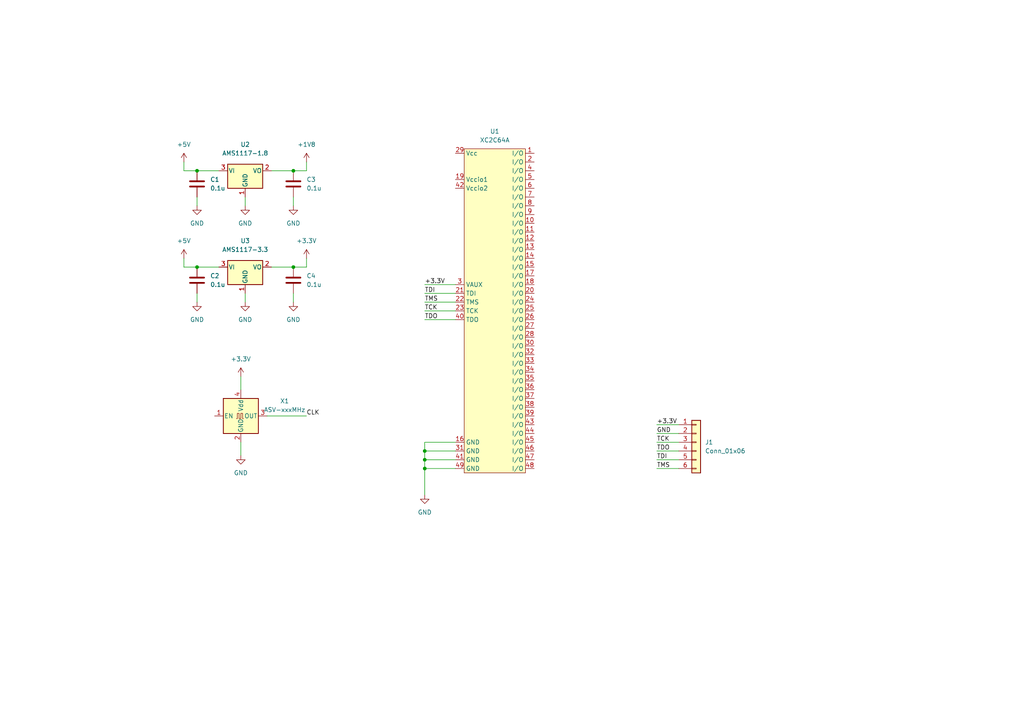
<source format=kicad_sch>
(kicad_sch (version 20211123) (generator eeschema)
  (paper "A4")
  (lib_symbols
    (symbol "Connector_Generic:Conn_01x06" (pin_names (offset 1.016) hide)
      (property "Reference" "J" (at 0 7.62 0))
      (property "Value" "Conn_01x06" (at 0 -10.16 0))
      (symbol "Conn_01x06_1_1"
        (rectangle (start -1.27 -7.493) (end 0 -7.747) (stroke (width 0.1524)))
        (rectangle (start -1.27 -4.953) (end 0 -5.207) (stroke (width 0.1524)))
        (rectangle (start -1.27 -2.413) (end 0 -2.667) (stroke (width 0.1524)))
        (rectangle (start -1.27 0.127) (end 0 -0.127) (stroke (width 0.1524)))
        (rectangle (start -1.27 2.667) (end 0 2.413) (stroke (width 0.1524)))
        (rectangle (start -1.27 5.207) (end 0 4.953) (stroke (width 0.1524)))
        (rectangle (start -1.27 6.35) (end 1.27 -8.89) (stroke (width 0.254)) (fill (type background)))
        (pin passive line (at -5.08 5.08 0) (length 3.81) (name "Pin_1") (number "1"))
        (pin passive line (at -5.08 2.54 0) (length 3.81) (name "Pin_2") (number "2"))
        (pin passive line (at -5.08 0 0) (length 3.81) (name "Pin_3") (number "3"))
        (pin passive line (at -5.08 -2.54 0) (length 3.81) (name "Pin_4") (number "4"))
        (pin passive line (at -5.08 -5.08 0) (length 3.81) (name "Pin_5") (number "5"))
        (pin passive line (at -5.08 -7.62 0) (length 3.81) (name "Pin_6") (number "6"))
      )
    )
    (symbol "Dergan:XC2C64A"
      (property "Reference" "U" (at 0 2.54 0))
      (property "Value" "XC2C64A" (at 0 0 0))
      (symbol "XC2C64A_0_1"
        (rectangle (start -8.89 -1.27) (end 8.89 -95.25) (fill (type background)))
      )
      (symbol "XC2C64A_1_1"
        (pin bidirectional line (at 11.43 -2.54 180) (length 2.54) (name "I/O") (number "1"))
        (pin bidirectional line (at 11.43 -22.86 180) (length 2.54) (name "I/O") (number "10"))
        (pin bidirectional line (at 11.43 -25.4 180) (length 2.54) (name "I/O") (number "11"))
        (pin bidirectional line (at 11.43 -27.94 180) (length 2.54) (name "I/O") (number "12"))
        (pin bidirectional line (at 11.43 -30.48 180) (length 2.54) (name "I/O") (number "13"))
        (pin bidirectional line (at 11.43 -33.02 180) (length 2.54) (name "I/O") (number "14"))
        (pin bidirectional line (at 11.43 -35.56 180) (length 2.54) (name "I/O") (number "15"))
        (pin unspecified line (at -11.43 -86.36 0) (length 2.54) (name "GND") (number "16"))
        (pin bidirectional line (at 11.43 -38.1 180) (length 2.54) (name "I/O") (number "17"))
        (pin bidirectional line (at 11.43 -40.64 180) (length 2.54) (name "I/O") (number "18"))
        (pin power_in line (at -11.43 -10.16 0) (length 2.54) (name "Vccio1") (number "19"))
        (pin bidirectional line (at 11.43 -5.08 180) (length 2.54) (name "I/O") (number "2"))
        (pin bidirectional line (at 11.43 -43.18 180) (length 2.54) (name "I/O") (number "20"))
        (pin input line (at -11.43 -43.18 0) (length 2.54) (name "TDI") (number "21"))
        (pin input line (at -11.43 -45.72 0) (length 2.54) (name "TMS") (number "22"))
        (pin input line (at -11.43 -48.26 0) (length 2.54) (name "TCK") (number "23"))
        (pin bidirectional line (at 11.43 -45.72 180) (length 2.54) (name "I/O") (number "24"))
        (pin bidirectional line (at 11.43 -48.26 180) (length 2.54) (name "I/O") (number "25"))
        (pin bidirectional line (at 11.43 -50.8 180) (length 2.54) (name "I/O") (number "26"))
        (pin bidirectional line (at 11.43 -53.34 180) (length 2.54) (name "I/O") (number "27"))
        (pin bidirectional line (at 11.43 -55.88 180) (length 2.54) (name "I/O") (number "28"))
        (pin power_in line (at -11.43 -2.54 0) (length 2.54) (name "Vcc") (number "29"))
        (pin power_in line (at -11.43 -40.64 0) (length 2.54) (name "VAUX") (number "3"))
        (pin bidirectional line (at 11.43 -58.42 180) (length 2.54) (name "I/O") (number "30"))
        (pin unspecified line (at -11.43 -88.9 0) (length 2.54) (name "GND") (number "31"))
        (pin bidirectional line (at 11.43 -60.96 180) (length 2.54) (name "I/O") (number "32"))
        (pin bidirectional line (at 11.43 -63.5 180) (length 2.54) (name "I/O") (number "33"))
        (pin bidirectional line (at 11.43 -66.04 180) (length 2.54) (name "I/O") (number "34"))
        (pin bidirectional line (at 11.43 -68.58 180) (length 2.54) (name "I/O") (number "35"))
        (pin bidirectional line (at 11.43 -71.12 180) (length 2.54) (name "I/O") (number "36"))
        (pin bidirectional line (at 11.43 -73.66 180) (length 2.54) (name "I/O") (number "37"))
        (pin bidirectional line (at 11.43 -76.2 180) (length 2.54) (name "I/O") (number "38"))
        (pin bidirectional line (at 11.43 -78.74 180) (length 2.54) (name "I/O") (number "39"))
        (pin bidirectional line (at 11.43 -7.62 180) (length 2.54) (name "I/O") (number "4"))
        (pin output line (at -11.43 -50.8 0) (length 2.54) (name "TDO") (number "40"))
        (pin unspecified line (at -11.43 -91.44 0) (length 2.54) (name "GND") (number "41"))
        (pin power_in line (at -11.43 -12.7 0) (length 2.54) (name "Vccio2") (number "42"))
        (pin bidirectional line (at 11.43 -81.28 180) (length 2.54) (name "I/O") (number "43"))
        (pin bidirectional line (at 11.43 -83.82 180) (length 2.54) (name "I/O") (number "44"))
        (pin bidirectional line (at 11.43 -86.36 180) (length 2.54) (name "I/O") (number "45"))
        (pin bidirectional line (at 11.43 -88.9 180) (length 2.54) (name "I/O") (number "46"))
        (pin bidirectional line (at 11.43 -91.44 180) (length 2.54) (name "I/O") (number "47"))
        (pin bidirectional line (at 11.43 -93.98 180) (length 2.54) (name "I/O") (number "48"))
        (pin unspecified line (at -11.43 -93.98 0) (length 2.54) (name "GND") (number "49"))
        (pin bidirectional line (at 11.43 -10.16 180) (length 2.54) (name "I/O") (number "5"))
        (pin bidirectional line (at 11.43 -12.7 180) (length 2.54) (name "I/O") (number "6"))
        (pin bidirectional line (at 11.43 -15.24 180) (length 2.54) (name "I/O") (number "7"))
        (pin bidirectional line (at 11.43 -17.78 180) (length 2.54) (name "I/O") (number "8"))
        (pin bidirectional line (at 11.43 -20.32 180) (length 2.54) (name "I/O") (number "9"))
      )
    )
    (symbol "Device:C" (pin_numbers hide) (pin_names (offset 0.254))
      (property "Reference" "C" (at 0.635 2.54 0))
      (property "Value" "C" (at 0.635 -2.54 0))
      (symbol "C_0_1"
        (polyline (pts (xy -2.032 -0.762) (xy 2.032 -0.762)) (stroke (width 0.508)))
        (polyline (pts (xy -2.032 0.762) (xy 2.032 0.762)) (stroke (width 0.508)))
      )
      (symbol "C_1_1"
        (pin passive line (at 0 3.81 270) (length 2.794) (name "~") (number "1"))
        (pin passive line (at 0 -3.81 90) (length 2.794) (name "~") (number "2"))
      )
    )
    (symbol "Oscillator:ASV-xxxMHz" (pin_names (offset 0.254))
      (property "Reference" "X" (at -5.08 6.35 0))
      (property "Value" "ASV-xxxMHz" (at 1.27 -6.35 0))
      (symbol "ASV-xxxMHz_0_1"
        (rectangle (start -5.08 5.08) (end 5.08 -5.08) (stroke (width 0.254)) (fill (type background)))
        (polyline (pts (xy -1.27 -0.762) (xy -1.016 -0.762) (xy -1.016 0.762) (xy -0.508 0.762) (xy -0.508 -0.762) (xy 0 -0.762) (xy 0 0.762) (xy 0.508 0.762) (xy 0.508 -0.762) (xy 0.762 -0.762)))
      )
      (symbol "ASV-xxxMHz_1_1"
        (pin input line (at -7.62 0 0) (length 2.54) (name "EN") (number "1"))
        (pin power_in line (at 0 -7.62 90) (length 2.54) (name "GND") (number "2"))
        (pin output line (at 7.62 0 180) (length 2.54) (name "OUT") (number "3"))
        (pin power_in line (at 0 7.62 270) (length 2.54) (name "Vdd") (number "4"))
      )
    )
    (symbol "Regulator_Linear:AMS1117-1.8" (pin_names (offset 0.254))
      (property "Reference" "U" (at -3.81 3.175 0))
      (property "Value" "AMS1117-1.8" (at 0 3.175 0))
      (symbol "AMS1117-1.8_0_1"
        (rectangle (start -5.08 -5.08) (end 5.08 1.905) (stroke (width 0.254)) (fill (type background)))
      )
      (symbol "AMS1117-1.8_1_1"
        (pin power_in line (at 0 -7.62 90) (length 2.54) (name "GND") (number "1"))
        (pin power_out line (at 7.62 0 180) (length 2.54) (name "VO") (number "2"))
        (pin power_in line (at -7.62 0 0) (length 2.54) (name "VI") (number "3"))
      )
    )
    (symbol "Regulator_Linear:AMS1117-3.3" (pin_names (offset 0.254))
      (property "Reference" "U" (at -3.81 3.175 0))
      (property "Value" "AMS1117-3.3" (at 0 3.175 0))
      (symbol "AMS1117-3.3_0_1"
        (rectangle (start -5.08 -5.08) (end 5.08 1.905) (stroke (width 0.254)) (fill (type background)))
      )
      (symbol "AMS1117-3.3_1_1"
        (pin power_in line (at 0 -7.62 90) (length 2.54) (name "GND") (number "1"))
        (pin power_out line (at 7.62 0 180) (length 2.54) (name "VO") (number "2"))
        (pin power_in line (at -7.62 0 0) (length 2.54) (name "VI") (number "3"))
      )
    )
    (symbol "power:+1V8" (power) (pin_names (offset 0))
      (property "Value" "+1V8" (at 0 3.556 0))
      (symbol "+1V8_0_1"
        (polyline (pts (xy -0.762 1.27) (xy 0 2.54)))
        (polyline (pts (xy 0 0) (xy 0 2.54)))
        (polyline (pts (xy 0 2.54) (xy 0.762 1.27)))
      )
      (symbol "+1V8_1_1"
        (pin power_in line (at 0 0 90) (length 0) hide (name "+1V8") (number "1"))
      )
    )
    (symbol "power:+3.3V" (power) (pin_names (offset 0))
      (property "Value" "+3.3V" (at 0 3.556 0))
      (symbol "+3.3V_0_1"
        (polyline (pts (xy -0.762 1.27) (xy 0 2.54)))
        (polyline (pts (xy 0 0) (xy 0 2.54)))
        (polyline (pts (xy 0 2.54) (xy 0.762 1.27)))
      )
      (symbol "+3.3V_1_1"
        (pin power_in line (at 0 0 90) (length 0) hide (name "+3.3V") (number "1"))
      )
    )
    (symbol "power:+5V" (power) (pin_names (offset 0))
      (property "Value" "+5V" (at 0 3.556 0))
      (symbol "+5V_0_1"
        (polyline (pts (xy -0.762 1.27) (xy 0 2.54)))
        (polyline (pts (xy 0 0) (xy 0 2.54)))
        (polyline (pts (xy 0 2.54) (xy 0.762 1.27)))
      )
      (symbol "+5V_1_1"
        (pin power_in line (at 0 0 90) (length 0) hide (name "+5V") (number "1"))
      )
    )
    (symbol "power:GND" (power) (pin_names (offset 0))
      (property "Value" "GND" (at 0 -3.81 0))
      (symbol "GND_0_1"
        (polyline (pts (xy 0 0) (xy 0 -1.27) (xy 1.27 -1.27) (xy 0 -2.54) (xy -1.27 -1.27) (xy 0 -1.27)))
      )
      (symbol "GND_1_1"
        (pin power_in line (at 0 0 270) (length 0) hide (name "GND") (number "1"))
      )
    )
  )
  (junction (at 123.19 133.35))
  (junction (at 123.19 135.89))
  (junction (at 85.09 49.53))
  (junction (at 123.19 130.81))
  (junction (at 57.15 49.53))
  (junction (at 85.09 77.47))
  (junction (at 57.15 77.47))
  (wire (pts (xy 85.09 49.53) (xy 88.9 49.53)))
  (wire (pts (xy 88.9 49.53) (xy 88.9 46.99)))
  (wire (pts (xy 190.5 123.19) (xy 196.85 123.19)))
  (wire (pts (xy 85.09 57.15) (xy 85.09 59.69)))
  (wire (pts (xy 190.5 135.89) (xy 196.85 135.89)))
  (wire (pts (xy 69.85 109.22) (xy 69.85 113.03)))
  (wire (pts (xy 57.15 85.09) (xy 57.15 87.63)))
  (wire (pts (xy 123.19 87.63) (xy 132.08 87.63)))
  (wire (pts (xy 71.12 85.09) (xy 71.12 87.63)))
  (wire (pts (xy 77.47 120.65) (xy 88.9 120.65)))
  (wire (pts (xy 53.34 46.99) (xy 53.34 49.53)))
  (wire (pts (xy 53.34 77.47) (xy 53.34 74.93)))
  (wire (pts (xy 190.5 133.35) (xy 196.85 133.35)))
  (wire (pts (xy 57.15 49.53) (xy 53.34 49.53)))
  (wire (pts (xy 57.15 49.53) (xy 63.5 49.53)))
  (wire (pts (xy 88.9 77.47) (xy 88.9 74.93)))
  (wire (pts (xy 190.5 128.27) (xy 196.85 128.27)))
  (wire (pts (xy 78.74 49.53) (xy 85.09 49.53)))
  (wire (pts (xy 123.19 133.35) (xy 123.19 135.89)))
  (wire (pts (xy 123.19 135.89) (xy 123.19 143.51)))
  (wire (pts (xy 53.34 77.47) (xy 57.15 77.47)))
  (wire (pts (xy 69.85 128.27) (xy 69.85 132.08)))
  (wire (pts (xy 123.19 128.27) (xy 123.19 130.81)))
  (wire (pts (xy 190.5 125.73) (xy 196.85 125.73)))
  (wire (pts (xy 123.19 135.89) (xy 132.08 135.89)))
  (wire (pts (xy 190.5 130.81) (xy 196.85 130.81)))
  (wire (pts (xy 123.19 92.71) (xy 132.08 92.71)))
  (wire (pts (xy 132.08 128.27) (xy 123.19 128.27)))
  (wire (pts (xy 123.19 82.55) (xy 132.08 82.55)))
  (wire (pts (xy 85.09 77.47) (xy 88.9 77.47)))
  (wire (pts (xy 57.15 57.15) (xy 57.15 59.69)))
  (wire (pts (xy 123.19 130.81) (xy 123.19 133.35)))
  (wire (pts (xy 78.74 77.47) (xy 85.09 77.47)))
  (wire (pts (xy 123.19 130.81) (xy 132.08 130.81)))
  (wire (pts (xy 71.12 57.15) (xy 71.12 59.69)))
  (wire (pts (xy 57.15 77.47) (xy 63.5 77.47)))
  (wire (pts (xy 123.19 133.35) (xy 132.08 133.35)))
  (wire (pts (xy 85.09 85.09) (xy 85.09 87.63)))
  (wire (pts (xy 123.19 90.17) (xy 132.08 90.17)))
  (wire (pts (xy 123.19 85.09) (xy 132.08 85.09)))
  (label "TMS" (at 123.19 87.63 0))
  (label "TMS" (at 190.5 135.89 0))
  (label "+3.3V" (at 190.5 123.19 0))
  (label "CLK" (at 88.9 120.65 0))
  (label "GND" (at 190.5 125.73 0))
  (label "+3.3V" (at 123.19 82.55 0))
  (label "TDO" (at 190.5 130.81 0))
  (label "TDI" (at 190.5 133.35 0))
  (label "TCK" (at 123.19 90.17 0))
  (label "TDI" (at 123.19 85.09 0))
  (label "TDO" (at 123.19 92.71 0))
  (label "TCK" (at 190.5 128.27 0))
  (symbol (lib_id "power:+3.3V") (at 69.85 109.22 0) (unit 1)
    (property "Reference" "#PWR0111" (effects hide))
    (property "Value" "+3.3V" (at 69.85 104.14 0))
  )
  (symbol (lib_id "power:+1V8") (at 88.9 46.99 0) (unit 1)
    (property "Reference" "#PWR0107" (effects hide))
    (property "Value" "+1V8" (at 88.9 41.91 0))
  )
  (symbol (lib_id "Oscillator:ASV-xxxMHz") (at 69.85 120.65 0) (unit 1)
    (property "Reference" "X1" (at 82.55 116.3193 0))
    (property "Value" "ASV-xxxMHz" (at 82.55 118.8593 0))
    (property "Footprint" "Oscillator:Oscillator_SMD_Abracon_ASV-4Pin_7.0x5.1mm" (effects hide))
    (property "Datasheet" "http://www.abracon.com/Oscillators/ASV.pdf" (effects hide))
  )
  (symbol (lib_id "power:+3.3V") (at 88.9 74.93 0) (unit 1)
    (property "Reference" "#PWR0106" (effects hide))
    (property "Value" "+3.3V" (at 88.9 69.85 0))
  )
  (symbol (lib_id "power:+5V") (at 53.34 46.99 0) (unit 1)
    (property "Reference" "#PWR0103" (effects hide))
    (property "Value" "+5V" (at 53.34 41.91 0))
  )
  (symbol (lib_id "power:GND") (at 85.09 87.63 0) (unit 1)
    (property "Reference" "#PWR0110" (effects hide))
    (property "Value" "GND" (at 85.09 92.71 0))
  )
  (symbol (lib_id "power:GND") (at 71.12 59.69 0) (unit 1)
    (property "Reference" "#PWR0102" (effects hide))
    (property "Value" "GND" (at 71.12 64.77 0))
  )
  (symbol (lib_id "power:GND") (at 57.15 59.69 0) (unit 1)
    (property "Reference" "#PWR0101" (effects hide))
    (property "Value" "GND" (at 57.15 64.77 0))
  )
  (symbol (lib_id "Regulator_Linear:AMS1117-3.3") (at 71.12 77.47 0) (unit 1)
    (property "Reference" "U3" (at 71.12 69.85 0))
    (property "Value" "AMS1117-3.3" (at 71.12 72.39 0))
    (property "Footprint" "Package_TO_SOT_SMD:SOT-223-3_TabPin2" (effects hide))
    (property "Datasheet" "http://www.advanced-monolithic.com/pdf/ds1117.pdf" (effects hide))
  )
  (symbol (lib_id "power:GND") (at 71.12 87.63 0) (unit 1)
    (property "Reference" "#PWR0109" (effects hide))
    (property "Value" "GND" (at 71.12 92.71 0))
  )
  (symbol (lib_id "Dergan:XC2C64A") (at 143.51 41.91 0) (unit 1)
    (property "Reference" "U1" (at 143.51 38.1 0))
    (property "Value" "XC2C64A" (at 143.51 40.64 0))
    (property "Footprint" "Package_DFN_QFN:QFN-48-1EP_7x7mm_P0.5mm_EP5.15x5.15mm" (effects hide))
  )
  (symbol (lib_id "power:GND") (at 123.19 143.51 0) (unit 1)
    (property "Reference" "#PWR?" (effects hide))
    (property "Value" "GND" (at 123.19 148.59 0))
  )
  (symbol (lib_id "Connector_Generic:Conn_01x06") (at 201.93 128.27 0) (unit 1)
    (property "Reference" "J1" (at 204.47 128.2699 0) (effects (justify left)))
    (property "Value" "Conn_01x06" (at 204.47 130.8099 0) (effects (justify left)))
    (property "Footprint" "Connector_PinHeader_2.54mm:PinHeader_1x06_P2.54mm_Vertical" (effects hide))
  )
  (symbol (lib_id "Device:C") (at 57.15 53.34 0) (unit 1)
    (property "Reference" "C1" (at 60.96 52.0699 0) (effects (justify left)))
    (property "Value" "0.1u" (at 60.96 54.6099 0) (effects (justify left)))
    (property "Footprint" "Capacitor_SMD:C_0805_2012Metric" (effects hide))
  )
  (symbol (lib_id "Regulator_Linear:AMS1117-1.8") (at 71.12 49.53 0) (unit 1)
    (property "Reference" "U2" (at 71.12 41.91 0))
    (property "Value" "AMS1117-1.8" (at 71.12 44.45 0))
    (property "Footprint" "Package_TO_SOT_SMD:SOT-223-3_TabPin2" (effects hide))
    (property "Datasheet" "http://www.advanced-monolithic.com/pdf/ds1117.pdf" (effects hide))
  )
  (symbol (lib_id "Device:C") (at 85.09 81.28 0) (unit 1)
    (property "Reference" "C4" (at 88.9 80.0099 0) (effects (justify left)))
    (property "Value" "0.1u" (at 88.9 82.5499 0) (effects (justify left)))
    (property "Footprint" "Capacitor_SMD:C_0805_2012Metric" (effects hide))
  )
  (symbol (lib_id "power:GND") (at 57.15 87.63 0) (unit 1)
    (property "Reference" "#PWR0108" (effects hide))
    (property "Value" "GND" (at 57.15 92.71 0))
  )
  (symbol (lib_id "power:GND") (at 69.85 132.08 0) (unit 1)
    (property "Reference" "#PWR0112" (effects hide))
    (property "Value" "GND" (at 69.85 137.16 0))
  )
  (symbol (lib_id "power:GND") (at 85.09 59.69 0) (unit 1)
    (property "Reference" "#PWR0105" (effects hide))
    (property "Value" "GND" (at 85.09 64.77 0))
  )
  (symbol (lib_id "Device:C") (at 57.15 81.28 0) (unit 1)
    (property "Reference" "C2" (at 60.96 80.0099 0) (effects (justify left)))
    (property "Value" "0.1u" (at 60.96 82.5499 0) (effects (justify left)))
    (property "Footprint" "Capacitor_SMD:C_0805_2012Metric" (effects hide))
  )
  (symbol (lib_id "power:+5V") (at 53.34 74.93 0) (unit 1)
    (property "Reference" "#PWR0104" (effects hide))
    (property "Value" "+5V" (at 53.34 69.85 0))
  )
  (symbol (lib_id "Device:C") (at 85.09 53.34 0) (unit 1)
    (property "Reference" "C3" (at 88.9 52.0699 0) (effects (justify left)))
    (property "Value" "0.1u" (at 88.9 54.6099 0) (effects (justify left)))
    (property "Footprint" "Capacitor_SMD:C_0805_2012Metric" (effects hide))
  )
)
</source>
